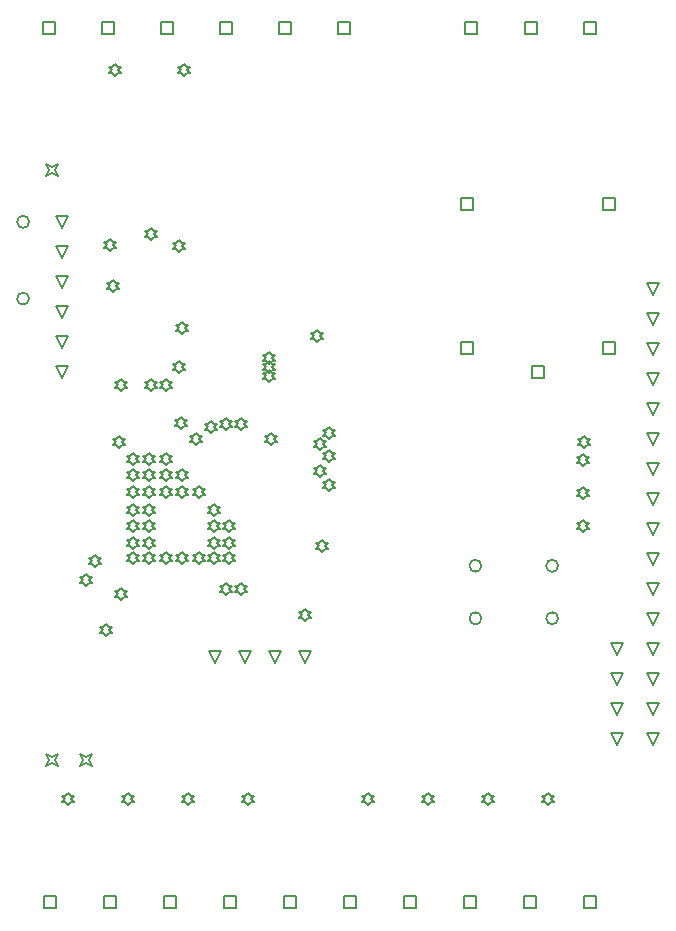
<source format=gbr>
%TF.GenerationSoftware,Altium Limited,Altium Designer,21.4.1 (30)*%
G04 Layer_Color=2752767*
%FSLAX44Y44*%
%MOMM*%
%TF.SameCoordinates,EB49FF53-C53B-41EF-AC46-A12079E47AB4*%
%TF.FilePolarity,Positive*%
%TF.FileFunction,Drawing*%
%TF.Part,Single*%
G01*
G75*
%TA.AperFunction,NonConductor*%
%ADD73C,0.1270*%
%ADD74C,0.1693*%
D73*
X492310Y774700D02*
Y784860D01*
X502470D01*
Y774700D01*
X492310D01*
X442310D02*
Y784860D01*
X452470D01*
Y774700D01*
X442310D01*
X392310D02*
Y784860D01*
X402470D01*
Y774700D01*
X392310D01*
X520700Y248920D02*
X515620Y259080D01*
X525780D01*
X520700Y248920D01*
Y223520D02*
X515620Y233680D01*
X525780D01*
X520700Y223520D01*
Y198120D02*
X515620Y208280D01*
X525780D01*
X520700Y198120D01*
Y172720D02*
X515620Y182880D01*
X525780D01*
X520700Y172720D01*
X551180D02*
X546100Y182880D01*
X556260D01*
X551180Y172720D01*
Y198120D02*
X546100Y208280D01*
X556260D01*
X551180Y198120D01*
Y223520D02*
X546100Y233680D01*
X556260D01*
X551180Y223520D01*
Y248920D02*
X546100Y259080D01*
X556260D01*
X551180Y248920D01*
Y274320D02*
X546100Y284480D01*
X556260D01*
X551180Y274320D01*
Y299720D02*
X546100Y309880D01*
X556260D01*
X551180Y299720D01*
Y325120D02*
X546100Y335280D01*
X556260D01*
X551180Y325120D01*
Y350520D02*
X546100Y360680D01*
X556260D01*
X551180Y350520D01*
Y375920D02*
X546100Y386080D01*
X556260D01*
X551180Y375920D01*
Y401320D02*
X546100Y411480D01*
X556260D01*
X551180Y401320D01*
Y426720D02*
X546100Y436880D01*
X556260D01*
X551180Y426720D01*
Y452120D02*
X546100Y462280D01*
X556260D01*
X551180Y452120D01*
Y477520D02*
X546100Y487680D01*
X556260D01*
X551180Y477520D01*
Y502920D02*
X546100Y513080D01*
X556260D01*
X551180Y502920D01*
Y528320D02*
X546100Y538480D01*
X556260D01*
X551180Y528320D01*
Y553720D02*
X546100Y563880D01*
X556260D01*
X551180Y553720D01*
X256540Y242570D02*
X251460Y252730D01*
X261620D01*
X256540Y242570D01*
X231140D02*
X226060Y252730D01*
X236220D01*
X231140Y242570D01*
X205740D02*
X200660Y252730D01*
X210820D01*
X205740Y242570D01*
X180340D02*
X175260Y252730D01*
X185420D01*
X180340Y242570D01*
X448620Y484110D02*
Y494270D01*
X458780D01*
Y484110D01*
X448620D01*
X388620Y504110D02*
Y514270D01*
X398780D01*
Y504110D01*
X388620D01*
Y626110D02*
Y636270D01*
X398780D01*
Y626110D01*
X388620D01*
X508620D02*
Y636270D01*
X518780D01*
Y626110D01*
X508620D01*
Y504110D02*
Y514270D01*
X518780D01*
Y504110D01*
X508620D01*
X284290Y774700D02*
Y784860D01*
X294450D01*
Y774700D01*
X284290D01*
X234290D02*
Y784860D01*
X244450D01*
Y774700D01*
X234290D01*
X184290D02*
Y784860D01*
X194450D01*
Y774700D01*
X184290D01*
X134290D02*
Y784860D01*
X144450D01*
Y774700D01*
X134290D01*
X84290D02*
Y784860D01*
X94450D01*
Y774700D01*
X84290D01*
X34290D02*
Y784860D01*
X44450D01*
Y774700D01*
X34290D01*
X492310Y34960D02*
Y45120D01*
X502470D01*
Y34960D01*
X492310D01*
X441510D02*
Y45120D01*
X451670D01*
Y34960D01*
X441510D01*
X390710D02*
Y45120D01*
X400870D01*
Y34960D01*
X390710D01*
X339910D02*
Y45120D01*
X350070D01*
Y34960D01*
X339910D01*
X289110D02*
Y45120D01*
X299270D01*
Y34960D01*
X289110D01*
X238310D02*
Y45120D01*
X248470D01*
Y34960D01*
X238310D01*
X187510D02*
Y45120D01*
X197670D01*
Y34960D01*
X187510D01*
X136710D02*
Y45120D01*
X146870D01*
Y34960D01*
X136710D01*
X85910D02*
Y45120D01*
X96070D01*
Y34960D01*
X85910D01*
X35110D02*
Y45120D01*
X45270D01*
Y34960D01*
X35110D01*
X50800Y610870D02*
X45720Y621030D01*
X55880D01*
X50800Y610870D01*
Y585470D02*
X45720Y595630D01*
X55880D01*
X50800Y585470D01*
Y560070D02*
X45720Y570230D01*
X55880D01*
X50800Y560070D01*
Y534670D02*
X45720Y544830D01*
X55880D01*
X50800Y534670D01*
Y509270D02*
X45720Y519430D01*
X55880D01*
X50800Y509270D01*
Y483870D02*
X45720Y494030D01*
X55880D01*
X50800Y483870D01*
X270510Y336550D02*
X273050Y339090D01*
X275590D01*
X273050Y341630D01*
X275590Y344170D01*
X273050D01*
X270510Y346710D01*
X267970Y344170D01*
X265430D01*
X267970Y341630D01*
X265430Y339090D01*
X267970D01*
X270510Y336550D01*
X256540Y278130D02*
X259080Y280670D01*
X261620D01*
X259080Y283210D01*
X261620Y285750D01*
X259080D01*
X256540Y288290D01*
X254000Y285750D01*
X251460D01*
X254000Y283210D01*
X251460Y280670D01*
X254000D01*
X256540Y278130D01*
X36920Y154920D02*
X39460Y160000D01*
X36920Y165080D01*
X42000Y162540D01*
X47080Y165080D01*
X44540Y160000D01*
X47080Y154920D01*
X42000Y157460D01*
X36920Y154920D01*
X65920D02*
X68460Y160000D01*
X65920Y165080D01*
X71000Y162540D01*
X76080Y165080D01*
X73540Y160000D01*
X76080Y154920D01*
X71000Y157460D01*
X65920Y154920D01*
X36920Y654920D02*
X39460Y660000D01*
X36920Y665080D01*
X42000Y662540D01*
X47080Y665080D01*
X44540Y660000D01*
X47080Y654920D01*
X42000Y657460D01*
X36920Y654920D01*
X226060Y480060D02*
X228600Y482600D01*
X231140D01*
X228600Y485140D01*
X231140Y487680D01*
X228600D01*
X226060Y490220D01*
X223520Y487680D01*
X220980D01*
X223520Y485140D01*
X220980Y482600D01*
X223520D01*
X226060Y480060D01*
Y487680D02*
X228600Y490220D01*
X231140D01*
X228600Y492760D01*
X231140Y495300D01*
X228600D01*
X226060Y497840D01*
X223520Y495300D01*
X220980D01*
X223520Y492760D01*
X220980Y490220D01*
X223520D01*
X226060Y487680D01*
Y495300D02*
X228600Y497840D01*
X231140D01*
X228600Y500380D01*
X231140Y502920D01*
X228600D01*
X226060Y505460D01*
X223520Y502920D01*
X220980D01*
X223520Y500380D01*
X220980Y497840D01*
X223520D01*
X226060Y495300D01*
X153670Y739140D02*
X156210Y741680D01*
X158750D01*
X156210Y744220D01*
X158750Y746760D01*
X156210D01*
X153670Y749300D01*
X151130Y746760D01*
X148590D01*
X151130Y744220D01*
X148590Y741680D01*
X151130D01*
X153670Y739140D01*
X95250D02*
X97790Y741680D01*
X100330D01*
X97790Y744220D01*
X100330Y746760D01*
X97790D01*
X95250Y749300D01*
X92710Y746760D01*
X90170D01*
X92710Y744220D01*
X90170Y741680D01*
X92710D01*
X95250Y739140D01*
X276854Y387774D02*
X279394Y390314D01*
X281934D01*
X279394Y392854D01*
X281934Y395394D01*
X279394D01*
X276854Y397934D01*
X274314Y395394D01*
X271774D01*
X274314Y392854D01*
X271774Y390314D01*
X274314D01*
X276854Y387774D01*
X276860Y412750D02*
X279400Y415290D01*
X281940D01*
X279400Y417830D01*
X281940Y420370D01*
X279400D01*
X276860Y422910D01*
X274320Y420370D01*
X271780D01*
X274320Y417830D01*
X271780Y415290D01*
X274320D01*
X276860Y412750D01*
Y432110D02*
X279400Y434650D01*
X281940D01*
X279400Y437190D01*
X281940Y439730D01*
X279400D01*
X276860Y442270D01*
X274320Y439730D01*
X271780D01*
X274320Y437190D01*
X271780Y434650D01*
X274320D01*
X276860Y432110D01*
X269240Y422570D02*
X271780Y425110D01*
X274320D01*
X271780Y427650D01*
X274320Y430190D01*
X271780D01*
X269240Y432730D01*
X266700Y430190D01*
X264160D01*
X266700Y427650D01*
X264160Y425110D01*
X266700D01*
X269240Y422570D01*
X201930Y439420D02*
X204470Y441960D01*
X207010D01*
X204470Y444500D01*
X207010Y447040D01*
X204470D01*
X201930Y449580D01*
X199390Y447040D01*
X196850D01*
X199390Y444500D01*
X196850Y441960D01*
X199390D01*
X201930Y439420D01*
X189230D02*
X191770Y441960D01*
X194310D01*
X191770Y444500D01*
X194310Y447040D01*
X191770D01*
X189230Y449580D01*
X186690Y447040D01*
X184150D01*
X186690Y444500D01*
X184150Y441960D01*
X186690D01*
X189230Y439420D01*
X176530Y436880D02*
X179070Y439420D01*
X181610D01*
X179070Y441960D01*
X181610Y444500D01*
X179070D01*
X176530Y447040D01*
X173990Y444500D01*
X171450D01*
X173990Y441960D01*
X171450Y439420D01*
X173990D01*
X176530Y436880D01*
X163830Y426720D02*
X166370Y429260D01*
X168910D01*
X166370Y431800D01*
X168910Y434340D01*
X166370D01*
X163830Y436880D01*
X161290Y434340D01*
X158750D01*
X161290Y431800D01*
X158750Y429260D01*
X161290D01*
X163830Y426720D01*
X227330D02*
X229870Y429260D01*
X232410D01*
X229870Y431800D01*
X232410Y434340D01*
X229870D01*
X227330Y436880D01*
X224790Y434340D01*
X222250D01*
X224790Y431800D01*
X222250Y429260D01*
X224790D01*
X227330Y426720D01*
X492760Y424180D02*
X495300Y426720D01*
X497840D01*
X495300Y429260D01*
X497840Y431800D01*
X495300D01*
X492760Y434340D01*
X490220Y431800D01*
X487680D01*
X490220Y429260D01*
X487680Y426720D01*
X490220D01*
X492760Y424180D01*
X99060D02*
X101600Y426720D01*
X104140D01*
X101600Y429260D01*
X104140Y431800D01*
X101600D01*
X99060Y434340D01*
X96520Y431800D01*
X93980D01*
X96520Y429260D01*
X93980Y426720D01*
X96520D01*
X99060Y424180D01*
X151130Y440690D02*
X153670Y443230D01*
X156210D01*
X153670Y445770D01*
X156210Y448310D01*
X153670D01*
X151130Y450850D01*
X148590Y448310D01*
X146050D01*
X148590Y445770D01*
X146050Y443230D01*
X148590D01*
X151130Y440690D01*
X491600Y408940D02*
X494140Y411480D01*
X496680D01*
X494140Y414020D01*
X496680Y416560D01*
X494140D01*
X491600Y419100D01*
X489060Y416560D01*
X486520D01*
X489060Y414020D01*
X486520Y411480D01*
X489060D01*
X491600Y408940D01*
X491490Y381000D02*
X494030Y383540D01*
X496570D01*
X494030Y386080D01*
X496570Y388620D01*
X494030D01*
X491490Y391160D01*
X488950Y388620D01*
X486410D01*
X488950Y386080D01*
X486410Y383540D01*
X488950D01*
X491490Y381000D01*
X491600Y353060D02*
X494140Y355600D01*
X496680D01*
X494140Y358140D01*
X496680Y360680D01*
X494140D01*
X491600Y363220D01*
X489060Y360680D01*
X486520D01*
X489060Y358140D01*
X486520Y355600D01*
X489060D01*
X491600Y353060D01*
X269240Y400050D02*
X271780Y402590D01*
X274320D01*
X271780Y405130D01*
X274320Y407670D01*
X271780D01*
X269240Y410210D01*
X266700Y407670D01*
X264160D01*
X266700Y405130D01*
X264160Y402590D01*
X266700D01*
X269240Y400050D01*
X149680Y487682D02*
X152220Y490222D01*
X154760D01*
X152220Y492762D01*
X154760Y495302D01*
X152220D01*
X149680Y497842D01*
X147140Y495302D01*
X144600D01*
X147140Y492762D01*
X144600Y490222D01*
X147140D01*
X149680Y487682D01*
X125730Y600710D02*
X128270Y603250D01*
X130810D01*
X128270Y605790D01*
X130810Y608330D01*
X128270D01*
X125730Y610870D01*
X123190Y608330D01*
X120650D01*
X123190Y605790D01*
X120650Y603250D01*
X123190D01*
X125730Y600710D01*
X91440Y591019D02*
X93980Y593559D01*
X96520D01*
X93980Y596099D01*
X96520Y598639D01*
X93980D01*
X91440Y601179D01*
X88900Y598639D01*
X86360D01*
X88900Y596099D01*
X86360Y593559D01*
X88900D01*
X91440Y591019D01*
X149970Y590780D02*
X152510Y593320D01*
X155050D01*
X152510Y595860D01*
X155050Y598400D01*
X152510D01*
X149970Y600940D01*
X147430Y598400D01*
X144890D01*
X147430Y595860D01*
X144890Y593320D01*
X147430D01*
X149970Y590780D01*
X266565Y514215D02*
X269105Y516755D01*
X271645D01*
X269105Y519295D01*
X271645Y521835D01*
X269105D01*
X266565Y524375D01*
X264025Y521835D01*
X261485D01*
X264025Y519295D01*
X261485Y516755D01*
X264025D01*
X266565Y514215D01*
X100330Y472440D02*
X102870Y474980D01*
X105410D01*
X102870Y477520D01*
X105410Y480060D01*
X102870D01*
X100330Y482600D01*
X97790Y480060D01*
X95250D01*
X97790Y477520D01*
X95250Y474980D01*
X97790D01*
X100330Y472440D01*
X78740Y323850D02*
X81280Y326390D01*
X83820D01*
X81280Y328930D01*
X83820Y331470D01*
X81280D01*
X78740Y334010D01*
X76200Y331470D01*
X73660D01*
X76200Y328930D01*
X73660Y326390D01*
X76200D01*
X78740Y323850D01*
X71120Y307340D02*
X73660Y309880D01*
X76200D01*
X73660Y312420D01*
X76200Y314960D01*
X73660D01*
X71120Y317500D01*
X68580Y314960D01*
X66040D01*
X68580Y312420D01*
X66040Y309880D01*
X68580D01*
X71120Y307340D01*
X87630Y265430D02*
X90170Y267970D01*
X92710D01*
X90170Y270510D01*
X92710Y273050D01*
X90170D01*
X87630Y275590D01*
X85090Y273050D01*
X82550D01*
X85090Y270510D01*
X82550Y267970D01*
X85090D01*
X87630Y265430D01*
X106680Y121920D02*
X109220Y124460D01*
X111760D01*
X109220Y127000D01*
X111760Y129540D01*
X109220D01*
X106680Y132080D01*
X104140Y129540D01*
X101600D01*
X104140Y127000D01*
X101600Y124460D01*
X104140D01*
X106680Y121920D01*
X462280D02*
X464820Y124460D01*
X467360D01*
X464820Y127000D01*
X467360Y129540D01*
X464820D01*
X462280Y132080D01*
X459740Y129540D01*
X457200D01*
X459740Y127000D01*
X457200Y124460D01*
X459740D01*
X462280Y121920D01*
X189230Y299720D02*
X191770Y302260D01*
X194310D01*
X191770Y304800D01*
X194310Y307340D01*
X191770D01*
X189230Y309880D01*
X186690Y307340D01*
X184150D01*
X186690Y304800D01*
X184150Y302260D01*
X186690D01*
X189230Y299720D01*
X201930D02*
X204470Y302260D01*
X207010D01*
X204470Y304800D01*
X207010Y307340D01*
X204470D01*
X201930Y309880D01*
X199390Y307340D01*
X196850D01*
X199390Y304800D01*
X196850Y302260D01*
X199390D01*
X201930Y299720D01*
X93980Y556260D02*
X96520Y558800D01*
X99060D01*
X96520Y561340D01*
X99060Y563880D01*
X96520D01*
X93980Y566420D01*
X91440Y563880D01*
X88900D01*
X91440Y561340D01*
X88900Y558800D01*
X91440D01*
X93980Y556260D01*
X152510Y520930D02*
X155050Y523470D01*
X157590D01*
X155050Y526010D01*
X157590Y528550D01*
X155050D01*
X152510Y531090D01*
X149970Y528550D01*
X147430D01*
X149970Y526010D01*
X147430Y523470D01*
X149970D01*
X152510Y520930D01*
X138430Y472440D02*
X140970Y474980D01*
X143510D01*
X140970Y477520D01*
X143510Y480060D01*
X140970D01*
X138430Y482600D01*
X135890Y480060D01*
X133350D01*
X135890Y477520D01*
X133350Y474980D01*
X135890D01*
X138430Y472440D01*
X125730D02*
X128270Y474980D01*
X130810D01*
X128270Y477520D01*
X130810Y480060D01*
X128270D01*
X125730Y482600D01*
X123190Y480060D01*
X120650D01*
X123190Y477520D01*
X120650Y474980D01*
X123190D01*
X125730Y472440D01*
X138430Y396240D02*
X140970Y398780D01*
X143510D01*
X140970Y401320D01*
X143510Y403860D01*
X140970D01*
X138430Y406400D01*
X135890Y403860D01*
X133350D01*
X135890Y401320D01*
X133350Y398780D01*
X135890D01*
X138430Y396240D01*
X110490D02*
X113030Y398780D01*
X115570D01*
X113030Y401320D01*
X115570Y403860D01*
X113030D01*
X110490Y406400D01*
X107950Y403860D01*
X105410D01*
X107950Y401320D01*
X105410Y398780D01*
X107950D01*
X110490Y396240D01*
X124460D02*
X127000Y398780D01*
X129540D01*
X127000Y401320D01*
X129540Y403860D01*
X127000D01*
X124460Y406400D01*
X121920Y403860D01*
X119380D01*
X121920Y401320D01*
X119380Y398780D01*
X121920D01*
X124460Y396240D01*
X152400D02*
X154940Y398780D01*
X157480D01*
X154940Y401320D01*
X157480Y403860D01*
X154940D01*
X152400Y406400D01*
X149860Y403860D01*
X147320D01*
X149860Y401320D01*
X147320Y398780D01*
X149860D01*
X152400Y396240D01*
X110490Y410210D02*
X113030Y412750D01*
X115570D01*
X113030Y415290D01*
X115570Y417830D01*
X113030D01*
X110490Y420370D01*
X107950Y417830D01*
X105410D01*
X107950Y415290D01*
X105410Y412750D01*
X107950D01*
X110490Y410210D01*
X124460D02*
X127000Y412750D01*
X129540D01*
X127000Y415290D01*
X129540Y417830D01*
X127000D01*
X124460Y420370D01*
X121920Y417830D01*
X119380D01*
X121920Y415290D01*
X119380Y412750D01*
X121920D01*
X124460Y410210D01*
X138430D02*
X140970Y412750D01*
X143510D01*
X140970Y415290D01*
X143510Y417830D01*
X140970D01*
X138430Y420370D01*
X135890Y417830D01*
X133350D01*
X135890Y415290D01*
X133350Y412750D01*
X135890D01*
X138430Y410210D01*
X179070Y326390D02*
X181610Y328930D01*
X184150D01*
X181610Y331470D01*
X184150Y334010D01*
X181610D01*
X179070Y336550D01*
X176530Y334010D01*
X173990D01*
X176530Y331470D01*
X173990Y328930D01*
X176530D01*
X179070Y326390D01*
X110490Y339090D02*
X113030Y341630D01*
X115570D01*
X113030Y344170D01*
X115570Y346710D01*
X113030D01*
X110490Y349250D01*
X107950Y346710D01*
X105410D01*
X107950Y344170D01*
X105410Y341630D01*
X107950D01*
X110490Y339090D01*
X179070D02*
X181610Y341630D01*
X184150D01*
X181610Y344170D01*
X184150Y346710D01*
X181610D01*
X179070Y349250D01*
X176530Y346710D01*
X173990D01*
X176530Y344170D01*
X173990Y341630D01*
X176530D01*
X179070Y339090D01*
X124460D02*
X127000Y341630D01*
X129540D01*
X127000Y344170D01*
X129540Y346710D01*
X127000D01*
X124460Y349250D01*
X121920Y346710D01*
X119380D01*
X121920Y344170D01*
X119380Y341630D01*
X121920D01*
X124460Y339090D01*
Y326390D02*
X127000Y328930D01*
X129540D01*
X127000Y331470D01*
X129540Y334010D01*
X127000D01*
X124460Y336550D01*
X121920Y334010D01*
X119380D01*
X121920Y331470D01*
X119380Y328930D01*
X121920D01*
X124460Y326390D01*
X191770D02*
X194310Y328930D01*
X196850D01*
X194310Y331470D01*
X196850Y334010D01*
X194310D01*
X191770Y336550D01*
X189230Y334010D01*
X186690D01*
X189230Y331470D01*
X186690Y328930D01*
X189230D01*
X191770Y326390D01*
X152400D02*
X154940Y328930D01*
X157480D01*
X154940Y331470D01*
X157480Y334010D01*
X154940D01*
X152400Y336550D01*
X149860Y334010D01*
X147320D01*
X149860Y331470D01*
X147320Y328930D01*
X149860D01*
X152400Y326390D01*
X110490D02*
X113030Y328930D01*
X115570D01*
X113030Y331470D01*
X115570Y334010D01*
X113030D01*
X110490Y336550D01*
X107950Y334010D01*
X105410D01*
X107950Y331470D01*
X105410Y328930D01*
X107950D01*
X110490Y326390D01*
X166370D02*
X168910Y328930D01*
X171450D01*
X168910Y331470D01*
X171450Y334010D01*
X168910D01*
X166370Y336550D01*
X163830Y334010D01*
X161290D01*
X163830Y331470D01*
X161290Y328930D01*
X163830D01*
X166370Y326390D01*
X138430D02*
X140970Y328930D01*
X143510D01*
X140970Y331470D01*
X143510Y334010D01*
X140970D01*
X138430Y336550D01*
X135890Y334010D01*
X133350D01*
X135890Y331470D01*
X133350Y328930D01*
X135890D01*
X138430Y326390D01*
X191770Y339090D02*
X194310Y341630D01*
X196850D01*
X194310Y344170D01*
X196850Y346710D01*
X194310D01*
X191770Y349250D01*
X189230Y346710D01*
X186690D01*
X189230Y344170D01*
X186690Y341630D01*
X189230D01*
X191770Y339090D01*
X179070Y367030D02*
X181610Y369570D01*
X184150D01*
X181610Y372110D01*
X184150Y374650D01*
X181610D01*
X179070Y377190D01*
X176530Y374650D01*
X173990D01*
X176530Y372110D01*
X173990Y369570D01*
X176530D01*
X179070Y367030D01*
Y353060D02*
X181610Y355600D01*
X184150D01*
X181610Y358140D01*
X184150Y360680D01*
X181610D01*
X179070Y363220D01*
X176530Y360680D01*
X173990D01*
X176530Y358140D01*
X173990Y355600D01*
X176530D01*
X179070Y353060D01*
X191770D02*
X194310Y355600D01*
X196850D01*
X194310Y358140D01*
X196850Y360680D01*
X194310D01*
X191770Y363220D01*
X189230Y360680D01*
X186690D01*
X189230Y358140D01*
X186690Y355600D01*
X189230D01*
X191770Y353060D01*
X110490D02*
X113030Y355600D01*
X115570D01*
X113030Y358140D01*
X115570Y360680D01*
X113030D01*
X110490Y363220D01*
X107950Y360680D01*
X105410D01*
X107950Y358140D01*
X105410Y355600D01*
X107950D01*
X110490Y353060D01*
X138430Y382270D02*
X140970Y384810D01*
X143510D01*
X140970Y387350D01*
X143510Y389890D01*
X140970D01*
X138430Y392430D01*
X135890Y389890D01*
X133350D01*
X135890Y387350D01*
X133350Y384810D01*
X135890D01*
X138430Y382270D01*
X124460Y367030D02*
X127000Y369570D01*
X129540D01*
X127000Y372110D01*
X129540Y374650D01*
X127000D01*
X124460Y377190D01*
X121920Y374650D01*
X119380D01*
X121920Y372110D01*
X119380Y369570D01*
X121920D01*
X124460Y367030D01*
Y353060D02*
X127000Y355600D01*
X129540D01*
X127000Y358140D01*
X129540Y360680D01*
X127000D01*
X124460Y363220D01*
X121920Y360680D01*
X119380D01*
X121920Y358140D01*
X119380Y355600D01*
X121920D01*
X124460Y353060D01*
X110490Y367030D02*
X113030Y369570D01*
X115570D01*
X113030Y372110D01*
X115570Y374650D01*
X113030D01*
X110490Y377190D01*
X107950Y374650D01*
X105410D01*
X107950Y372110D01*
X105410Y369570D01*
X107950D01*
X110490Y367030D01*
Y382270D02*
X113030Y384810D01*
X115570D01*
X113030Y387350D01*
X115570Y389890D01*
X113030D01*
X110490Y392430D01*
X107950Y389890D01*
X105410D01*
X107950Y387350D01*
X105410Y384810D01*
X107950D01*
X110490Y382270D01*
X124460D02*
X127000Y384810D01*
X129540D01*
X127000Y387350D01*
X129540Y389890D01*
X127000D01*
X124460Y392430D01*
X121920Y389890D01*
X119380D01*
X121920Y387350D01*
X119380Y384810D01*
X121920D01*
X124460Y382270D01*
X152400D02*
X154940Y384810D01*
X157480D01*
X154940Y387350D01*
X157480Y389890D01*
X154940D01*
X152400Y392430D01*
X149860Y389890D01*
X147320D01*
X149860Y387350D01*
X147320Y384810D01*
X149860D01*
X152400Y382270D01*
X166370D02*
X168910Y384810D01*
X171450D01*
X168910Y387350D01*
X171450Y389890D01*
X168910D01*
X166370Y392430D01*
X163830Y389890D01*
X161290D01*
X163830Y387350D01*
X161290Y384810D01*
X163830D01*
X166370Y382270D01*
X55880Y121920D02*
X58420Y124460D01*
X60960D01*
X58420Y127000D01*
X60960Y129540D01*
X58420D01*
X55880Y132080D01*
X53340Y129540D01*
X50800D01*
X53340Y127000D01*
X50800Y124460D01*
X53340D01*
X55880Y121920D01*
X157480D02*
X160020Y124460D01*
X162560D01*
X160020Y127000D01*
X162560Y129540D01*
X160020D01*
X157480Y132080D01*
X154940Y129540D01*
X152400D01*
X154940Y127000D01*
X152400Y124460D01*
X154940D01*
X157480Y121920D01*
X208280D02*
X210820Y124460D01*
X213360D01*
X210820Y127000D01*
X213360Y129540D01*
X210820D01*
X208280Y132080D01*
X205740Y129540D01*
X203200D01*
X205740Y127000D01*
X203200Y124460D01*
X205740D01*
X208280Y121920D01*
X309880D02*
X312420Y124460D01*
X314960D01*
X312420Y127000D01*
X314960Y129540D01*
X312420D01*
X309880Y132080D01*
X307340Y129540D01*
X304800D01*
X307340Y127000D01*
X304800Y124460D01*
X307340D01*
X309880Y121920D01*
X360680D02*
X363220Y124460D01*
X365760D01*
X363220Y127000D01*
X365760Y129540D01*
X363220D01*
X360680Y132080D01*
X358140Y129540D01*
X355600D01*
X358140Y127000D01*
X355600Y124460D01*
X358140D01*
X360680Y121920D01*
X411480D02*
X414020Y124460D01*
X416560D01*
X414020Y127000D01*
X416560Y129540D01*
X414020D01*
X411480Y132080D01*
X408940Y129540D01*
X406400D01*
X408940Y127000D01*
X406400Y124460D01*
X408940D01*
X411480Y121920D01*
X100330Y295910D02*
X102870Y298450D01*
X105410D01*
X102870Y300990D01*
X105410Y303530D01*
X102870D01*
X100330Y306070D01*
X97790Y303530D01*
X95250D01*
X97790Y300990D01*
X95250Y298450D01*
X97790D01*
X100330Y295910D01*
D74*
X405820Y280320D02*
G03*
X405820Y280320I-5080J0D01*
G01*
X470820D02*
G03*
X470820Y280320I-5080J0D01*
G01*
X405820Y324770D02*
G03*
X405820Y324770I-5080J0D01*
G01*
X470820D02*
G03*
X470820Y324770I-5080J0D01*
G01*
X22860Y615950D02*
G03*
X22860Y615950I-5080J0D01*
G01*
Y550950D02*
G03*
X22860Y550950I-5080J0D01*
G01*
%TF.MD5,c2e35aea48af6741ad55ec6f9b8c476b*%
M02*

</source>
